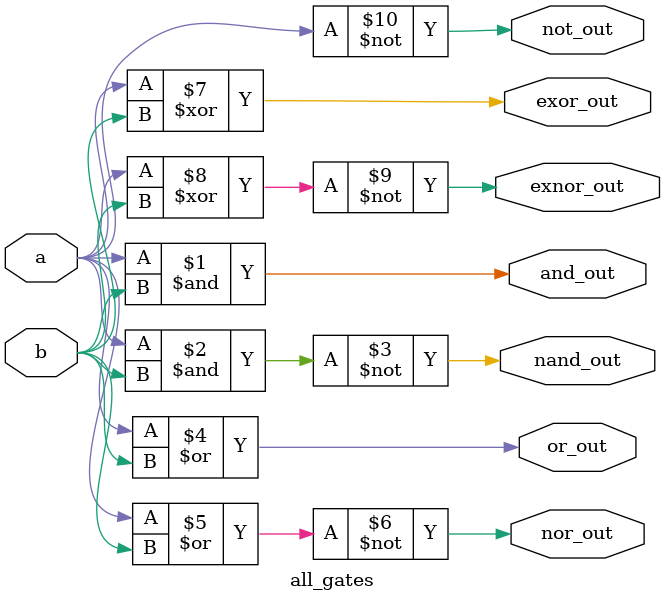
<source format=v>
`timescale 1ns / 1ps


module all_gates(
    input a,b,
    output and_out,or_out,nor_out,not_out,nand_out,exor_out,exnor_out
    );
    not(not_out,a);
    and(and_out,a,b);
    nand(nand_out,a,b);
    or(or_out,a,b);
    nor(nor_out,a,b);
    xor(exor_out,a,b);
    xnor(exnor_out,a,b);
endmodule

</source>
